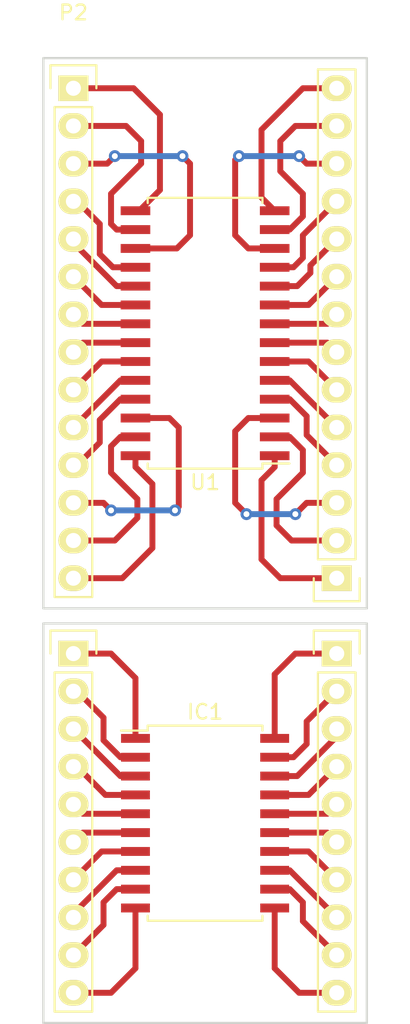
<source format=kicad_pcb>
(kicad_pcb (version 4) (host pcbnew no-vcs-found-product)

  (general
    (links 48)
    (no_connects 0)
    (area 159.991667 97.915 187.988334 167.207001)
    (thickness 1.6)
    (drawings 8)
    (tracks 185)
    (zones 0)
    (modules 6)
    (nets 49)
  )

  (page A4)
  (layers
    (0 F.Cu signal)
    (31 B.Cu signal)
    (32 B.Adhes user)
    (33 F.Adhes user)
    (34 B.Paste user)
    (35 F.Paste user)
    (36 B.SilkS user)
    (37 F.SilkS user)
    (38 B.Mask user)
    (39 F.Mask user)
    (40 Dwgs.User user)
    (41 Cmts.User user)
    (42 Eco1.User user)
    (43 Eco2.User user)
    (44 Edge.Cuts user)
    (45 Margin user)
    (46 B.CrtYd user)
    (47 F.CrtYd user)
    (48 B.Fab user)
    (49 F.Fab user)
  )

  (setup
    (last_trace_width 0.4)
    (trace_clearance 0.2)
    (zone_clearance 0.508)
    (zone_45_only no)
    (trace_min 0.2)
    (segment_width 0.2)
    (edge_width 0.15)
    (via_size 0.8)
    (via_drill 0.4)
    (via_min_size 0.4)
    (via_min_drill 0.3)
    (uvia_size 0.3)
    (uvia_drill 0.1)
    (uvias_allowed no)
    (uvia_min_size 0.2)
    (uvia_min_drill 0.1)
    (pcb_text_width 0.3)
    (pcb_text_size 1.5 1.5)
    (mod_edge_width 0.15)
    (mod_text_size 1 1)
    (mod_text_width 0.15)
    (pad_size 1.524 1.524)
    (pad_drill 0.762)
    (pad_to_mask_clearance 0.2)
    (aux_axis_origin 0 0)
    (visible_elements FFFFFF7F)
    (pcbplotparams
      (layerselection 0x00000_80000001)
      (usegerberextensions false)
      (excludeedgelayer true)
      (linewidth 1.000000)
      (plotframeref false)
      (viasonmask false)
      (mode 1)
      (useauxorigin false)
      (hpglpennumber 1)
      (hpglpenspeed 20)
      (hpglpendiameter 15)
      (hpglpenoverlay 2)
      (psnegative false)
      (psa4output false)
      (plotreference false)
      (plotvalue false)
      (plotinvisibletext false)
      (padsonsilk false)
      (subtractmaskfromsilk false)
      (outputformat 1)
      (mirror false)
      (drillshape 0)
      (scaleselection 1)
      (outputdirectory /home/nail/tmp/))
  )

  (net 0 "")
  (net 1 "Net-(P1-Pad1)")
  (net 2 "Net-(P1-Pad2)")
  (net 3 "Net-(P1-Pad3)")
  (net 4 "Net-(P1-Pad4)")
  (net 5 "Net-(P1-Pad5)")
  (net 6 "Net-(P1-Pad6)")
  (net 7 "Net-(P1-Pad7)")
  (net 8 "Net-(P1-Pad8)")
  (net 9 "Net-(P1-Pad9)")
  (net 10 "Net-(P1-Pad10)")
  (net 11 "Net-(P1-Pad11)")
  (net 12 "Net-(P1-Pad12)")
  (net 13 "Net-(P1-Pad13)")
  (net 14 "Net-(P2-Pad1)")
  (net 15 "Net-(P2-Pad2)")
  (net 16 "Net-(P2-Pad3)")
  (net 17 "Net-(P2-Pad4)")
  (net 18 "Net-(P2-Pad5)")
  (net 19 "Net-(P2-Pad6)")
  (net 20 "Net-(P2-Pad7)")
  (net 21 "Net-(P2-Pad8)")
  (net 22 "Net-(P2-Pad9)")
  (net 23 "Net-(P2-Pad10)")
  (net 24 "Net-(P2-Pad11)")
  (net 25 "Net-(P2-Pad12)")
  (net 26 "Net-(P2-Pad13)")
  (net 27 VCC)
  (net 28 "Net-(IC1-Pad1)")
  (net 29 "Net-(IC1-Pad2)")
  (net 30 "Net-(IC1-Pad3)")
  (net 31 "Net-(IC1-Pad4)")
  (net 32 "Net-(IC1-Pad5)")
  (net 33 "Net-(IC1-Pad6)")
  (net 34 "Net-(IC1-Pad7)")
  (net 35 "Net-(IC1-Pad8)")
  (net 36 "Net-(IC1-Pad9)")
  (net 37 "Net-(IC1-Pad10)")
  (net 38 "Net-(IC1-Pad11)")
  (net 39 "Net-(IC1-Pad12)")
  (net 40 "Net-(IC1-Pad13)")
  (net 41 "Net-(IC1-Pad14)")
  (net 42 "Net-(IC1-Pad15)")
  (net 43 "Net-(IC1-Pad16)")
  (net 44 "Net-(IC1-Pad17)")
  (net 45 "Net-(IC1-Pad18)")
  (net 46 "Net-(IC1-Pad19)")
  (net 47 "Net-(IC1-Pad20)")
  (net 48 GND)

  (net_class Default "This is the default net class."
    (clearance 0.2)
    (trace_width 0.4)
    (via_dia 0.8)
    (via_drill 0.4)
    (uvia_dia 0.3)
    (uvia_drill 0.1)
    (add_net GND)
    (add_net "Net-(IC1-Pad1)")
    (add_net "Net-(IC1-Pad10)")
    (add_net "Net-(IC1-Pad11)")
    (add_net "Net-(IC1-Pad12)")
    (add_net "Net-(IC1-Pad13)")
    (add_net "Net-(IC1-Pad14)")
    (add_net "Net-(IC1-Pad15)")
    (add_net "Net-(IC1-Pad16)")
    (add_net "Net-(IC1-Pad17)")
    (add_net "Net-(IC1-Pad18)")
    (add_net "Net-(IC1-Pad19)")
    (add_net "Net-(IC1-Pad2)")
    (add_net "Net-(IC1-Pad20)")
    (add_net "Net-(IC1-Pad3)")
    (add_net "Net-(IC1-Pad4)")
    (add_net "Net-(IC1-Pad5)")
    (add_net "Net-(IC1-Pad6)")
    (add_net "Net-(IC1-Pad7)")
    (add_net "Net-(IC1-Pad8)")
    (add_net "Net-(IC1-Pad9)")
    (add_net "Net-(P1-Pad1)")
    (add_net "Net-(P1-Pad10)")
    (add_net "Net-(P1-Pad11)")
    (add_net "Net-(P1-Pad12)")
    (add_net "Net-(P1-Pad13)")
    (add_net "Net-(P1-Pad2)")
    (add_net "Net-(P1-Pad3)")
    (add_net "Net-(P1-Pad4)")
    (add_net "Net-(P1-Pad5)")
    (add_net "Net-(P1-Pad6)")
    (add_net "Net-(P1-Pad7)")
    (add_net "Net-(P1-Pad8)")
    (add_net "Net-(P1-Pad9)")
    (add_net "Net-(P2-Pad1)")
    (add_net "Net-(P2-Pad10)")
    (add_net "Net-(P2-Pad11)")
    (add_net "Net-(P2-Pad12)")
    (add_net "Net-(P2-Pad13)")
    (add_net "Net-(P2-Pad2)")
    (add_net "Net-(P2-Pad3)")
    (add_net "Net-(P2-Pad4)")
    (add_net "Net-(P2-Pad5)")
    (add_net "Net-(P2-Pad6)")
    (add_net "Net-(P2-Pad7)")
    (add_net "Net-(P2-Pad8)")
    (add_net "Net-(P2-Pad9)")
    (add_net VCC)
  )

  (module Pin_Headers:Pin_Header_Straight_1x14 (layer F.Cu) (tedit 0) (tstamp 5638BB26)
    (at 182.88 137.16 180)
    (descr "Through hole pin header")
    (tags "pin header")
    (path /56375650)
    (fp_text reference P1 (at 0 -5.1 180) (layer F.SilkS)
      (effects (font (size 1 1) (thickness 0.15)))
    )
    (fp_text value CONN_01X14 (at 0 -3.1 180) (layer F.Fab)
      (effects (font (size 1 1) (thickness 0.15)))
    )
    (fp_line (start -1.75 -1.75) (end -1.75 34.8) (layer F.CrtYd) (width 0.05))
    (fp_line (start 1.75 -1.75) (end 1.75 34.8) (layer F.CrtYd) (width 0.05))
    (fp_line (start -1.75 -1.75) (end 1.75 -1.75) (layer F.CrtYd) (width 0.05))
    (fp_line (start -1.75 34.8) (end 1.75 34.8) (layer F.CrtYd) (width 0.05))
    (fp_line (start -1.27 1.27) (end -1.27 34.29) (layer F.SilkS) (width 0.15))
    (fp_line (start -1.27 34.29) (end 1.27 34.29) (layer F.SilkS) (width 0.15))
    (fp_line (start 1.27 34.29) (end 1.27 1.27) (layer F.SilkS) (width 0.15))
    (fp_line (start 1.55 -1.55) (end 1.55 0) (layer F.SilkS) (width 0.15))
    (fp_line (start 1.27 1.27) (end -1.27 1.27) (layer F.SilkS) (width 0.15))
    (fp_line (start -1.55 0) (end -1.55 -1.55) (layer F.SilkS) (width 0.15))
    (fp_line (start -1.55 -1.55) (end 1.55 -1.55) (layer F.SilkS) (width 0.15))
    (pad 1 thru_hole rect (at 0 0 180) (size 2.032 1.7272) (drill 1.016) (layers *.Cu *.Mask F.SilkS)
      (net 1 "Net-(P1-Pad1)"))
    (pad 2 thru_hole oval (at 0 2.54 180) (size 2.032 1.7272) (drill 1.016) (layers *.Cu *.Mask F.SilkS)
      (net 2 "Net-(P1-Pad2)"))
    (pad 3 thru_hole oval (at 0 5.08 180) (size 2.032 1.7272) (drill 1.016) (layers *.Cu *.Mask F.SilkS)
      (net 3 "Net-(P1-Pad3)"))
    (pad 4 thru_hole oval (at 0 7.62 180) (size 2.032 1.7272) (drill 1.016) (layers *.Cu *.Mask F.SilkS)
      (net 4 "Net-(P1-Pad4)"))
    (pad 5 thru_hole oval (at 0 10.16 180) (size 2.032 1.7272) (drill 1.016) (layers *.Cu *.Mask F.SilkS)
      (net 5 "Net-(P1-Pad5)"))
    (pad 6 thru_hole oval (at 0 12.7 180) (size 2.032 1.7272) (drill 1.016) (layers *.Cu *.Mask F.SilkS)
      (net 6 "Net-(P1-Pad6)"))
    (pad 7 thru_hole oval (at 0 15.24 180) (size 2.032 1.7272) (drill 1.016) (layers *.Cu *.Mask F.SilkS)
      (net 7 "Net-(P1-Pad7)"))
    (pad 8 thru_hole oval (at 0 17.78 180) (size 2.032 1.7272) (drill 1.016) (layers *.Cu *.Mask F.SilkS)
      (net 8 "Net-(P1-Pad8)"))
    (pad 9 thru_hole oval (at 0 20.32 180) (size 2.032 1.7272) (drill 1.016) (layers *.Cu *.Mask F.SilkS)
      (net 9 "Net-(P1-Pad9)"))
    (pad 10 thru_hole oval (at 0 22.86 180) (size 2.032 1.7272) (drill 1.016) (layers *.Cu *.Mask F.SilkS)
      (net 10 "Net-(P1-Pad10)"))
    (pad 11 thru_hole oval (at 0 25.4 180) (size 2.032 1.7272) (drill 1.016) (layers *.Cu *.Mask F.SilkS)
      (net 11 "Net-(P1-Pad11)"))
    (pad 12 thru_hole oval (at 0 27.94 180) (size 2.032 1.7272) (drill 1.016) (layers *.Cu *.Mask F.SilkS)
      (net 12 "Net-(P1-Pad12)"))
    (pad 13 thru_hole oval (at 0 30.48 180) (size 2.032 1.7272) (drill 1.016) (layers *.Cu *.Mask F.SilkS)
      (net 13 "Net-(P1-Pad13)"))
    (pad 14 thru_hole oval (at 0 33.02 180) (size 2.032 1.7272) (drill 1.016) (layers *.Cu *.Mask F.SilkS)
      (net 48 GND))
    (model Pin_Headers.3dshapes/Pin_Header_Straight_1x14.wrl
      (at (xyz 0 -0.65 0))
      (scale (xyz 1 1 1))
      (rotate (xyz 0 0 90))
    )
  )

  (module Pin_Headers:Pin_Header_Straight_1x14 (layer F.Cu) (tedit 0) (tstamp 5638BB43)
    (at 165.1 104.14)
    (descr "Through hole pin header")
    (tags "pin header")
    (path /563756BF)
    (fp_text reference P2 (at 0 -5.1) (layer F.SilkS)
      (effects (font (size 1 1) (thickness 0.15)))
    )
    (fp_text value CONN_01X14 (at 0 -3.1) (layer F.Fab)
      (effects (font (size 1 1) (thickness 0.15)))
    )
    (fp_line (start -1.75 -1.75) (end -1.75 34.8) (layer F.CrtYd) (width 0.05))
    (fp_line (start 1.75 -1.75) (end 1.75 34.8) (layer F.CrtYd) (width 0.05))
    (fp_line (start -1.75 -1.75) (end 1.75 -1.75) (layer F.CrtYd) (width 0.05))
    (fp_line (start -1.75 34.8) (end 1.75 34.8) (layer F.CrtYd) (width 0.05))
    (fp_line (start -1.27 1.27) (end -1.27 34.29) (layer F.SilkS) (width 0.15))
    (fp_line (start -1.27 34.29) (end 1.27 34.29) (layer F.SilkS) (width 0.15))
    (fp_line (start 1.27 34.29) (end 1.27 1.27) (layer F.SilkS) (width 0.15))
    (fp_line (start 1.55 -1.55) (end 1.55 0) (layer F.SilkS) (width 0.15))
    (fp_line (start 1.27 1.27) (end -1.27 1.27) (layer F.SilkS) (width 0.15))
    (fp_line (start -1.55 0) (end -1.55 -1.55) (layer F.SilkS) (width 0.15))
    (fp_line (start -1.55 -1.55) (end 1.55 -1.55) (layer F.SilkS) (width 0.15))
    (pad 1 thru_hole rect (at 0 0) (size 2.032 1.7272) (drill 1.016) (layers *.Cu *.Mask F.SilkS)
      (net 14 "Net-(P2-Pad1)"))
    (pad 2 thru_hole oval (at 0 2.54) (size 2.032 1.7272) (drill 1.016) (layers *.Cu *.Mask F.SilkS)
      (net 15 "Net-(P2-Pad2)"))
    (pad 3 thru_hole oval (at 0 5.08) (size 2.032 1.7272) (drill 1.016) (layers *.Cu *.Mask F.SilkS)
      (net 16 "Net-(P2-Pad3)"))
    (pad 4 thru_hole oval (at 0 7.62) (size 2.032 1.7272) (drill 1.016) (layers *.Cu *.Mask F.SilkS)
      (net 17 "Net-(P2-Pad4)"))
    (pad 5 thru_hole oval (at 0 10.16) (size 2.032 1.7272) (drill 1.016) (layers *.Cu *.Mask F.SilkS)
      (net 18 "Net-(P2-Pad5)"))
    (pad 6 thru_hole oval (at 0 12.7) (size 2.032 1.7272) (drill 1.016) (layers *.Cu *.Mask F.SilkS)
      (net 19 "Net-(P2-Pad6)"))
    (pad 7 thru_hole oval (at 0 15.24) (size 2.032 1.7272) (drill 1.016) (layers *.Cu *.Mask F.SilkS)
      (net 20 "Net-(P2-Pad7)"))
    (pad 8 thru_hole oval (at 0 17.78) (size 2.032 1.7272) (drill 1.016) (layers *.Cu *.Mask F.SilkS)
      (net 21 "Net-(P2-Pad8)"))
    (pad 9 thru_hole oval (at 0 20.32) (size 2.032 1.7272) (drill 1.016) (layers *.Cu *.Mask F.SilkS)
      (net 22 "Net-(P2-Pad9)"))
    (pad 10 thru_hole oval (at 0 22.86) (size 2.032 1.7272) (drill 1.016) (layers *.Cu *.Mask F.SilkS)
      (net 23 "Net-(P2-Pad10)"))
    (pad 11 thru_hole oval (at 0 25.4) (size 2.032 1.7272) (drill 1.016) (layers *.Cu *.Mask F.SilkS)
      (net 24 "Net-(P2-Pad11)"))
    (pad 12 thru_hole oval (at 0 27.94) (size 2.032 1.7272) (drill 1.016) (layers *.Cu *.Mask F.SilkS)
      (net 25 "Net-(P2-Pad12)"))
    (pad 13 thru_hole oval (at 0 30.48) (size 2.032 1.7272) (drill 1.016) (layers *.Cu *.Mask F.SilkS)
      (net 26 "Net-(P2-Pad13)"))
    (pad 14 thru_hole oval (at 0 33.02) (size 2.032 1.7272) (drill 1.016) (layers *.Cu *.Mask F.SilkS)
      (net 27 VCC))
    (model Pin_Headers.3dshapes/Pin_Header_Straight_1x14.wrl
      (at (xyz 0 -0.65 0))
      (scale (xyz 1 1 1))
      (rotate (xyz 0 0 90))
    )
  )

  (module Pin_Headers:Pin_Header_Straight_1x10 (layer F.Cu) (tedit 0) (tstamp 5638DB4B)
    (at 165.1 142.24)
    (descr "Through hole pin header")
    (tags "pin header")
    (path /5638DC73)
    (fp_text reference P3 (at 0 -5.1) (layer F.SilkS)
      (effects (font (size 1 1) (thickness 0.15)))
    )
    (fp_text value CONN_01X10 (at 0 -3.1) (layer F.Fab)
      (effects (font (size 1 1) (thickness 0.15)))
    )
    (fp_line (start -1.75 -1.75) (end -1.75 24.65) (layer F.CrtYd) (width 0.05))
    (fp_line (start 1.75 -1.75) (end 1.75 24.65) (layer F.CrtYd) (width 0.05))
    (fp_line (start -1.75 -1.75) (end 1.75 -1.75) (layer F.CrtYd) (width 0.05))
    (fp_line (start -1.75 24.65) (end 1.75 24.65) (layer F.CrtYd) (width 0.05))
    (fp_line (start 1.27 1.27) (end 1.27 24.13) (layer F.SilkS) (width 0.15))
    (fp_line (start 1.27 24.13) (end -1.27 24.13) (layer F.SilkS) (width 0.15))
    (fp_line (start -1.27 24.13) (end -1.27 1.27) (layer F.SilkS) (width 0.15))
    (fp_line (start 1.55 -1.55) (end 1.55 0) (layer F.SilkS) (width 0.15))
    (fp_line (start 1.27 1.27) (end -1.27 1.27) (layer F.SilkS) (width 0.15))
    (fp_line (start -1.55 0) (end -1.55 -1.55) (layer F.SilkS) (width 0.15))
    (fp_line (start -1.55 -1.55) (end 1.55 -1.55) (layer F.SilkS) (width 0.15))
    (pad 1 thru_hole rect (at 0 0) (size 2.032 1.7272) (drill 1.016) (layers *.Cu *.Mask F.SilkS)
      (net 28 "Net-(IC1-Pad1)"))
    (pad 2 thru_hole oval (at 0 2.54) (size 2.032 1.7272) (drill 1.016) (layers *.Cu *.Mask F.SilkS)
      (net 29 "Net-(IC1-Pad2)"))
    (pad 3 thru_hole oval (at 0 5.08) (size 2.032 1.7272) (drill 1.016) (layers *.Cu *.Mask F.SilkS)
      (net 30 "Net-(IC1-Pad3)"))
    (pad 4 thru_hole oval (at 0 7.62) (size 2.032 1.7272) (drill 1.016) (layers *.Cu *.Mask F.SilkS)
      (net 31 "Net-(IC1-Pad4)"))
    (pad 5 thru_hole oval (at 0 10.16) (size 2.032 1.7272) (drill 1.016) (layers *.Cu *.Mask F.SilkS)
      (net 32 "Net-(IC1-Pad5)"))
    (pad 6 thru_hole oval (at 0 12.7) (size 2.032 1.7272) (drill 1.016) (layers *.Cu *.Mask F.SilkS)
      (net 33 "Net-(IC1-Pad6)"))
    (pad 7 thru_hole oval (at 0 15.24) (size 2.032 1.7272) (drill 1.016) (layers *.Cu *.Mask F.SilkS)
      (net 34 "Net-(IC1-Pad7)"))
    (pad 8 thru_hole oval (at 0 17.78) (size 2.032 1.7272) (drill 1.016) (layers *.Cu *.Mask F.SilkS)
      (net 35 "Net-(IC1-Pad8)"))
    (pad 9 thru_hole oval (at 0 20.32) (size 2.032 1.7272) (drill 1.016) (layers *.Cu *.Mask F.SilkS)
      (net 36 "Net-(IC1-Pad9)"))
    (pad 10 thru_hole oval (at 0 22.86) (size 2.032 1.7272) (drill 1.016) (layers *.Cu *.Mask F.SilkS)
      (net 37 "Net-(IC1-Pad10)"))
    (model Pin_Headers.3dshapes/Pin_Header_Straight_1x10.wrl
      (at (xyz 0 -0.45 0))
      (scale (xyz 1 1 1))
      (rotate (xyz 0 0 90))
    )
  )

  (module Pin_Headers:Pin_Header_Straight_1x10 (layer F.Cu) (tedit 0) (tstamp 5638DB64)
    (at 182.88 142.24)
    (descr "Through hole pin header")
    (tags "pin header")
    (path /5638DC79)
    (fp_text reference P4 (at 0 -5.1) (layer F.SilkS)
      (effects (font (size 1 1) (thickness 0.15)))
    )
    (fp_text value CONN_01X14 (at 0 -3.1) (layer F.Fab)
      (effects (font (size 1 1) (thickness 0.15)))
    )
    (fp_line (start -1.75 -1.75) (end -1.75 24.65) (layer F.CrtYd) (width 0.05))
    (fp_line (start 1.75 -1.75) (end 1.75 24.65) (layer F.CrtYd) (width 0.05))
    (fp_line (start -1.75 -1.75) (end 1.75 -1.75) (layer F.CrtYd) (width 0.05))
    (fp_line (start -1.75 24.65) (end 1.75 24.65) (layer F.CrtYd) (width 0.05))
    (fp_line (start 1.27 1.27) (end 1.27 24.13) (layer F.SilkS) (width 0.15))
    (fp_line (start 1.27 24.13) (end -1.27 24.13) (layer F.SilkS) (width 0.15))
    (fp_line (start -1.27 24.13) (end -1.27 1.27) (layer F.SilkS) (width 0.15))
    (fp_line (start 1.55 -1.55) (end 1.55 0) (layer F.SilkS) (width 0.15))
    (fp_line (start 1.27 1.27) (end -1.27 1.27) (layer F.SilkS) (width 0.15))
    (fp_line (start -1.55 0) (end -1.55 -1.55) (layer F.SilkS) (width 0.15))
    (fp_line (start -1.55 -1.55) (end 1.55 -1.55) (layer F.SilkS) (width 0.15))
    (pad 1 thru_hole rect (at 0 0) (size 2.032 1.7272) (drill 1.016) (layers *.Cu *.Mask F.SilkS)
      (net 47 "Net-(IC1-Pad20)"))
    (pad 2 thru_hole oval (at 0 2.54) (size 2.032 1.7272) (drill 1.016) (layers *.Cu *.Mask F.SilkS)
      (net 46 "Net-(IC1-Pad19)"))
    (pad 3 thru_hole oval (at 0 5.08) (size 2.032 1.7272) (drill 1.016) (layers *.Cu *.Mask F.SilkS)
      (net 45 "Net-(IC1-Pad18)"))
    (pad 4 thru_hole oval (at 0 7.62) (size 2.032 1.7272) (drill 1.016) (layers *.Cu *.Mask F.SilkS)
      (net 44 "Net-(IC1-Pad17)"))
    (pad 5 thru_hole oval (at 0 10.16) (size 2.032 1.7272) (drill 1.016) (layers *.Cu *.Mask F.SilkS)
      (net 43 "Net-(IC1-Pad16)"))
    (pad 6 thru_hole oval (at 0 12.7) (size 2.032 1.7272) (drill 1.016) (layers *.Cu *.Mask F.SilkS)
      (net 42 "Net-(IC1-Pad15)"))
    (pad 7 thru_hole oval (at 0 15.24) (size 2.032 1.7272) (drill 1.016) (layers *.Cu *.Mask F.SilkS)
      (net 41 "Net-(IC1-Pad14)"))
    (pad 8 thru_hole oval (at 0 17.78) (size 2.032 1.7272) (drill 1.016) (layers *.Cu *.Mask F.SilkS)
      (net 40 "Net-(IC1-Pad13)"))
    (pad 9 thru_hole oval (at 0 20.32) (size 2.032 1.7272) (drill 1.016) (layers *.Cu *.Mask F.SilkS)
      (net 39 "Net-(IC1-Pad12)"))
    (pad 10 thru_hole oval (at 0 22.86) (size 2.032 1.7272) (drill 1.016) (layers *.Cu *.Mask F.SilkS)
      (net 38 "Net-(IC1-Pad11)"))
    (model Pin_Headers.3dshapes/Pin_Header_Straight_1x10.wrl
      (at (xyz 0 -0.45 0))
      (scale (xyz 1 1 1))
      (rotate (xyz 0 0 90))
    )
  )

  (module Housings_SOIC:SOIC-28_7.5x17.9mm_Pitch1.27mm (layer F.Cu) (tedit 54130A77) (tstamp 5638BBA9)
    (at 173.99 120.65 180)
    (descr "28-Lead Plastic Small Outline (SO) - Wide, 7.50 mm Body [SOIC] (see Microchip Packaging Specification 00000049BS.pdf)")
    (tags "SOIC 1.27")
    (path /56376ABB)
    (attr smd)
    (fp_text reference U1 (at 0 -10.05 180) (layer F.SilkS)
      (effects (font (size 1 1) (thickness 0.15)))
    )
    (fp_text value HM62256BLFP-4SLT (at 0 10.05 180) (layer F.Fab)
      (effects (font (size 1 1) (thickness 0.15)))
    )
    (fp_line (start -5.95 -9.3) (end -5.95 9.3) (layer F.CrtYd) (width 0.05))
    (fp_line (start 5.95 -9.3) (end 5.95 9.3) (layer F.CrtYd) (width 0.05))
    (fp_line (start -5.95 -9.3) (end 5.95 -9.3) (layer F.CrtYd) (width 0.05))
    (fp_line (start -5.95 9.3) (end 5.95 9.3) (layer F.CrtYd) (width 0.05))
    (fp_line (start -3.875 -9.125) (end -3.875 -8.78) (layer F.SilkS) (width 0.15))
    (fp_line (start 3.875 -9.125) (end 3.875 -8.78) (layer F.SilkS) (width 0.15))
    (fp_line (start 3.875 9.125) (end 3.875 8.78) (layer F.SilkS) (width 0.15))
    (fp_line (start -3.875 9.125) (end -3.875 8.78) (layer F.SilkS) (width 0.15))
    (fp_line (start -3.875 -9.125) (end 3.875 -9.125) (layer F.SilkS) (width 0.15))
    (fp_line (start -3.875 9.125) (end 3.875 9.125) (layer F.SilkS) (width 0.15))
    (fp_line (start -3.875 -8.78) (end -5.7 -8.78) (layer F.SilkS) (width 0.15))
    (pad 1 smd rect (at -4.7 -8.255 180) (size 2 0.6) (layers F.Cu F.Paste F.Mask)
      (net 1 "Net-(P1-Pad1)"))
    (pad 2 smd rect (at -4.7 -6.985 180) (size 2 0.6) (layers F.Cu F.Paste F.Mask)
      (net 2 "Net-(P1-Pad2)"))
    (pad 3 smd rect (at -4.7 -5.715 180) (size 2 0.6) (layers F.Cu F.Paste F.Mask)
      (net 3 "Net-(P1-Pad3)"))
    (pad 4 smd rect (at -4.7 -4.445 180) (size 2 0.6) (layers F.Cu F.Paste F.Mask)
      (net 4 "Net-(P1-Pad4)"))
    (pad 5 smd rect (at -4.7 -3.175 180) (size 2 0.6) (layers F.Cu F.Paste F.Mask)
      (net 5 "Net-(P1-Pad5)"))
    (pad 6 smd rect (at -4.7 -1.905 180) (size 2 0.6) (layers F.Cu F.Paste F.Mask)
      (net 6 "Net-(P1-Pad6)"))
    (pad 7 smd rect (at -4.7 -0.635 180) (size 2 0.6) (layers F.Cu F.Paste F.Mask)
      (net 7 "Net-(P1-Pad7)"))
    (pad 8 smd rect (at -4.7 0.635 180) (size 2 0.6) (layers F.Cu F.Paste F.Mask)
      (net 8 "Net-(P1-Pad8)"))
    (pad 9 smd rect (at -4.7 1.905 180) (size 2 0.6) (layers F.Cu F.Paste F.Mask)
      (net 9 "Net-(P1-Pad9)"))
    (pad 10 smd rect (at -4.7 3.175 180) (size 2 0.6) (layers F.Cu F.Paste F.Mask)
      (net 10 "Net-(P1-Pad10)"))
    (pad 11 smd rect (at -4.7 4.445 180) (size 2 0.6) (layers F.Cu F.Paste F.Mask)
      (net 11 "Net-(P1-Pad11)"))
    (pad 12 smd rect (at -4.7 5.715 180) (size 2 0.6) (layers F.Cu F.Paste F.Mask)
      (net 12 "Net-(P1-Pad12)"))
    (pad 13 smd rect (at -4.7 6.985 180) (size 2 0.6) (layers F.Cu F.Paste F.Mask)
      (net 13 "Net-(P1-Pad13)"))
    (pad 14 smd rect (at -4.7 8.255 180) (size 2 0.6) (layers F.Cu F.Paste F.Mask)
      (net 48 GND))
    (pad 15 smd rect (at 4.7 8.255 180) (size 2 0.6) (layers F.Cu F.Paste F.Mask)
      (net 14 "Net-(P2-Pad1)"))
    (pad 16 smd rect (at 4.7 6.985 180) (size 2 0.6) (layers F.Cu F.Paste F.Mask)
      (net 15 "Net-(P2-Pad2)"))
    (pad 17 smd rect (at 4.7 5.715 180) (size 2 0.6) (layers F.Cu F.Paste F.Mask)
      (net 16 "Net-(P2-Pad3)"))
    (pad 18 smd rect (at 4.7 4.445 180) (size 2 0.6) (layers F.Cu F.Paste F.Mask)
      (net 17 "Net-(P2-Pad4)"))
    (pad 19 smd rect (at 4.7 3.175 180) (size 2 0.6) (layers F.Cu F.Paste F.Mask)
      (net 18 "Net-(P2-Pad5)"))
    (pad 20 smd rect (at 4.7 1.905 180) (size 2 0.6) (layers F.Cu F.Paste F.Mask)
      (net 19 "Net-(P2-Pad6)"))
    (pad 21 smd rect (at 4.7 0.635 180) (size 2 0.6) (layers F.Cu F.Paste F.Mask)
      (net 20 "Net-(P2-Pad7)"))
    (pad 22 smd rect (at 4.7 -0.635 180) (size 2 0.6) (layers F.Cu F.Paste F.Mask)
      (net 21 "Net-(P2-Pad8)"))
    (pad 23 smd rect (at 4.7 -1.905 180) (size 2 0.6) (layers F.Cu F.Paste F.Mask)
      (net 22 "Net-(P2-Pad9)"))
    (pad 24 smd rect (at 4.7 -3.175 180) (size 2 0.6) (layers F.Cu F.Paste F.Mask)
      (net 23 "Net-(P2-Pad10)"))
    (pad 25 smd rect (at 4.7 -4.445 180) (size 2 0.6) (layers F.Cu F.Paste F.Mask)
      (net 24 "Net-(P2-Pad11)"))
    (pad 26 smd rect (at 4.7 -5.715 180) (size 2 0.6) (layers F.Cu F.Paste F.Mask)
      (net 25 "Net-(P2-Pad12)"))
    (pad 27 smd rect (at 4.7 -6.985 180) (size 2 0.6) (layers F.Cu F.Paste F.Mask)
      (net 26 "Net-(P2-Pad13)"))
    (pad 28 smd rect (at 4.7 -8.255 180) (size 2 0.6) (layers F.Cu F.Paste F.Mask)
      (net 27 VCC))
    (model Housings_SOIC.3dshapes/SOIC-28_7.5x17.9mm_Pitch1.27mm.wrl
      (at (xyz 0 0 0))
      (scale (xyz 1 1 1))
      (rotate (xyz 0 0 0))
    )
  )

  (module Housings_SOIC:SOIC-20_7.5x12.8mm_Pitch1.27mm (layer F.Cu) (tedit 54130A77) (tstamp 5638DB32)
    (at 173.99 153.67)
    (descr "20-Lead Plastic Small Outline (SO) - Wide, 7.50 mm Body [SOIC] (see Microchip Packaging Specification 00000049BS.pdf)")
    (tags "SOIC 1.27")
    (path /5638DFDA)
    (attr smd)
    (fp_text reference IC1 (at 0 -7.5) (layer F.SilkS)
      (effects (font (size 1 1) (thickness 0.15)))
    )
    (fp_text value AT90S1200-Y (at 0 7.5) (layer F.Fab)
      (effects (font (size 1 1) (thickness 0.15)))
    )
    (fp_line (start -5.95 -6.75) (end -5.95 6.75) (layer F.CrtYd) (width 0.05))
    (fp_line (start 5.95 -6.75) (end 5.95 6.75) (layer F.CrtYd) (width 0.05))
    (fp_line (start -5.95 -6.75) (end 5.95 -6.75) (layer F.CrtYd) (width 0.05))
    (fp_line (start -5.95 6.75) (end 5.95 6.75) (layer F.CrtYd) (width 0.05))
    (fp_line (start -3.875 -6.575) (end -3.875 -6.24) (layer F.SilkS) (width 0.15))
    (fp_line (start 3.875 -6.575) (end 3.875 -6.24) (layer F.SilkS) (width 0.15))
    (fp_line (start 3.875 6.575) (end 3.875 6.24) (layer F.SilkS) (width 0.15))
    (fp_line (start -3.875 6.575) (end -3.875 6.24) (layer F.SilkS) (width 0.15))
    (fp_line (start -3.875 -6.575) (end 3.875 -6.575) (layer F.SilkS) (width 0.15))
    (fp_line (start -3.875 6.575) (end 3.875 6.575) (layer F.SilkS) (width 0.15))
    (fp_line (start -3.875 -6.24) (end -5.675 -6.24) (layer F.SilkS) (width 0.15))
    (pad 1 smd rect (at -4.7 -5.715) (size 1.95 0.6) (layers F.Cu F.Paste F.Mask)
      (net 28 "Net-(IC1-Pad1)"))
    (pad 2 smd rect (at -4.7 -4.445) (size 1.95 0.6) (layers F.Cu F.Paste F.Mask)
      (net 29 "Net-(IC1-Pad2)"))
    (pad 3 smd rect (at -4.7 -3.175) (size 1.95 0.6) (layers F.Cu F.Paste F.Mask)
      (net 30 "Net-(IC1-Pad3)"))
    (pad 4 smd rect (at -4.7 -1.905) (size 1.95 0.6) (layers F.Cu F.Paste F.Mask)
      (net 31 "Net-(IC1-Pad4)"))
    (pad 5 smd rect (at -4.7 -0.635) (size 1.95 0.6) (layers F.Cu F.Paste F.Mask)
      (net 32 "Net-(IC1-Pad5)"))
    (pad 6 smd rect (at -4.7 0.635) (size 1.95 0.6) (layers F.Cu F.Paste F.Mask)
      (net 33 "Net-(IC1-Pad6)"))
    (pad 7 smd rect (at -4.7 1.905) (size 1.95 0.6) (layers F.Cu F.Paste F.Mask)
      (net 34 "Net-(IC1-Pad7)"))
    (pad 8 smd rect (at -4.7 3.175) (size 1.95 0.6) (layers F.Cu F.Paste F.Mask)
      (net 35 "Net-(IC1-Pad8)"))
    (pad 9 smd rect (at -4.7 4.445) (size 1.95 0.6) (layers F.Cu F.Paste F.Mask)
      (net 36 "Net-(IC1-Pad9)"))
    (pad 10 smd rect (at -4.7 5.715) (size 1.95 0.6) (layers F.Cu F.Paste F.Mask)
      (net 37 "Net-(IC1-Pad10)"))
    (pad 11 smd rect (at 4.7 5.715) (size 1.95 0.6) (layers F.Cu F.Paste F.Mask)
      (net 38 "Net-(IC1-Pad11)"))
    (pad 12 smd rect (at 4.7 4.445) (size 1.95 0.6) (layers F.Cu F.Paste F.Mask)
      (net 39 "Net-(IC1-Pad12)"))
    (pad 13 smd rect (at 4.7 3.175) (size 1.95 0.6) (layers F.Cu F.Paste F.Mask)
      (net 40 "Net-(IC1-Pad13)"))
    (pad 14 smd rect (at 4.7 1.905) (size 1.95 0.6) (layers F.Cu F.Paste F.Mask)
      (net 41 "Net-(IC1-Pad14)"))
    (pad 15 smd rect (at 4.7 0.635) (size 1.95 0.6) (layers F.Cu F.Paste F.Mask)
      (net 42 "Net-(IC1-Pad15)"))
    (pad 16 smd rect (at 4.7 -0.635) (size 1.95 0.6) (layers F.Cu F.Paste F.Mask)
      (net 43 "Net-(IC1-Pad16)"))
    (pad 17 smd rect (at 4.7 -1.905) (size 1.95 0.6) (layers F.Cu F.Paste F.Mask)
      (net 44 "Net-(IC1-Pad17)"))
    (pad 18 smd rect (at 4.7 -3.175) (size 1.95 0.6) (layers F.Cu F.Paste F.Mask)
      (net 45 "Net-(IC1-Pad18)"))
    (pad 19 smd rect (at 4.7 -4.445) (size 1.95 0.6) (layers F.Cu F.Paste F.Mask)
      (net 46 "Net-(IC1-Pad19)"))
    (pad 20 smd rect (at 4.7 -5.715) (size 1.95 0.6) (layers F.Cu F.Paste F.Mask)
      (net 47 "Net-(IC1-Pad20)"))
    (model Housings_SOIC.3dshapes/SOIC-20_7.5x12.8mm_Pitch1.27mm.wrl
      (at (xyz 0 0 0))
      (scale (xyz 1 1 1))
      (rotate (xyz 0 0 0))
    )
  )

  (gr_line (start 163.068 167.132) (end 163.068 140.208) (angle 90) (layer Edge.Cuts) (width 0.15))
  (gr_line (start 184.912 167.132) (end 163.068 167.132) (angle 90) (layer Edge.Cuts) (width 0.15))
  (gr_line (start 184.912 140.208) (end 184.912 167.132) (angle 90) (layer Edge.Cuts) (width 0.15))
  (gr_line (start 163.068 140.208) (end 184.912 140.208) (angle 90) (layer Edge.Cuts) (width 0.15))
  (gr_line (start 163.068 139.192) (end 163.068 102.108) (angle 90) (layer Edge.Cuts) (width 0.15))
  (gr_line (start 184.912 139.192) (end 163.068 139.192) (angle 90) (layer Edge.Cuts) (width 0.15))
  (gr_line (start 184.912 102.108) (end 184.912 139.192) (angle 90) (layer Edge.Cuts) (width 0.15))
  (gr_line (start 163.068 102.108) (end 184.912 102.108) (angle 90) (layer Edge.Cuts) (width 0.15))

  (segment (start 178.69 128.905) (end 178.69 129.666) (width 0.4) (layer F.Cu) (net 1))
  (segment (start 179.07 137.16) (end 182.88 137.16) (width 0.4) (layer F.Cu) (net 1) (tstamp 564B48C0))
  (segment (start 177.8 135.89) (end 179.07 137.16) (width 0.4) (layer F.Cu) (net 1) (tstamp 564B48BF))
  (segment (start 177.8 130.556) (end 177.8 135.89) (width 0.4) (layer F.Cu) (net 1) (tstamp 564B48BE))
  (segment (start 178.69 129.666) (end 177.8 130.556) (width 0.4) (layer F.Cu) (net 1) (tstamp 564B48BD))
  (segment (start 178.69 127.635) (end 179.705 127.635) (width 0.4) (layer F.Cu) (net 2))
  (segment (start 179.832 134.62) (end 182.88 134.62) (width 0.4) (layer F.Cu) (net 2) (tstamp 564B48AF))
  (segment (start 178.816 133.604) (end 179.832 134.62) (width 0.4) (layer F.Cu) (net 2) (tstamp 564B48AE))
  (segment (start 178.816 131.826) (end 178.816 133.604) (width 0.4) (layer F.Cu) (net 2) (tstamp 564B48AD))
  (segment (start 180.594 130.048) (end 178.816 131.826) (width 0.4) (layer F.Cu) (net 2) (tstamp 564B48AC))
  (segment (start 180.594 128.524) (end 180.594 130.048) (width 0.4) (layer F.Cu) (net 2) (tstamp 564B48AB))
  (segment (start 179.705 127.635) (end 180.594 128.524) (width 0.4) (layer F.Cu) (net 2) (tstamp 564B48AA))
  (segment (start 182.88 132.08) (end 180.848 132.08) (width 0.4) (layer F.Cu) (net 3))
  (segment (start 176.911 126.365) (end 178.69 126.365) (width 0.4) (layer F.Cu) (net 3) (tstamp 564B48BA))
  (segment (start 176.022 127.254) (end 176.911 126.365) (width 0.4) (layer F.Cu) (net 3) (tstamp 564B48B9))
  (segment (start 176.022 132.08) (end 176.022 127.254) (width 0.4) (layer F.Cu) (net 3) (tstamp 564B48B8))
  (segment (start 176.784 132.842) (end 176.022 132.08) (width 0.4) (layer F.Cu) (net 3) (tstamp 564B48B7))
  (via (at 176.784 132.842) (size 0.8) (drill 0.4) (layers F.Cu B.Cu) (net 3))
  (segment (start 180.086 132.842) (end 176.784 132.842) (width 0.4) (layer B.Cu) (net 3) (tstamp 564B48B4))
  (via (at 180.086 132.842) (size 0.8) (drill 0.4) (layers F.Cu B.Cu) (net 3))
  (segment (start 180.848 132.08) (end 180.086 132.842) (width 0.4) (layer F.Cu) (net 3) (tstamp 564B48B2))
  (segment (start 178.69 125.095) (end 179.705 125.095) (width 0.4) (layer F.Cu) (net 4))
  (segment (start 180.848 127.508) (end 182.88 129.54) (width 0.4) (layer F.Cu) (net 4) (tstamp 564B489F))
  (segment (start 180.848 126.238) (end 180.848 127.508) (width 0.4) (layer F.Cu) (net 4) (tstamp 564B489E))
  (segment (start 179.705 125.095) (end 180.848 126.238) (width 0.4) (layer F.Cu) (net 4) (tstamp 564B489D))
  (segment (start 178.69 123.825) (end 179.705 123.825) (width 0.4) (layer F.Cu) (net 5))
  (segment (start 179.705 123.825) (end 182.88 127) (width 0.4) (layer F.Cu) (net 5) (tstamp 564B4332))
  (segment (start 178.69 122.555) (end 180.975 122.555) (width 0.4) (layer F.Cu) (net 6))
  (segment (start 180.975 122.555) (end 182.88 124.46) (width 0.4) (layer F.Cu) (net 6) (tstamp 564B432E))
  (segment (start 178.69 121.285) (end 182.245 121.285) (width 0.4) (layer F.Cu) (net 7))
  (segment (start 182.245 121.285) (end 182.88 121.92) (width 0.4) (layer F.Cu) (net 7) (tstamp 564B431A))
  (segment (start 178.69 120.015) (end 182.245 120.015) (width 0.4) (layer F.Cu) (net 8))
  (segment (start 182.245 120.015) (end 182.88 119.38) (width 0.4) (layer F.Cu) (net 8) (tstamp 564B4316))
  (segment (start 178.69 118.745) (end 180.975 118.745) (width 0.4) (layer F.Cu) (net 9))
  (segment (start 180.975 118.745) (end 182.88 116.84) (width 0.4) (layer F.Cu) (net 9) (tstamp 564B431D))
  (segment (start 178.69 117.475) (end 180.213 117.475) (width 0.4) (layer F.Cu) (net 10))
  (segment (start 181.102 116.078) (end 182.88 114.3) (width 0.4) (layer F.Cu) (net 10) (tstamp 564B4323))
  (segment (start 181.102 116.586) (end 181.102 116.078) (width 0.4) (layer F.Cu) (net 10) (tstamp 564B4322))
  (segment (start 180.213 117.475) (end 181.102 116.586) (width 0.4) (layer F.Cu) (net 10) (tstamp 564B4321))
  (segment (start 178.69 116.205) (end 179.959 116.205) (width 0.4) (layer F.Cu) (net 11))
  (segment (start 179.959 116.205) (end 180.594 115.57) (width 0.4) (layer F.Cu) (net 11) (tstamp 564B48A2))
  (segment (start 180.594 114.046) (end 182.88 111.76) (width 0.4) (layer F.Cu) (net 11) (tstamp 564B48A4))
  (segment (start 180.594 115.57) (end 180.594 114.046) (width 0.4) (layer F.Cu) (net 11) (tstamp 564B48A3))
  (segment (start 182.88 109.22) (end 180.848 109.22) (width 0.4) (layer F.Cu) (net 12))
  (segment (start 176.911 114.935) (end 178.69 114.935) (width 0.4) (layer F.Cu) (net 12) (tstamp 564B489A))
  (segment (start 176.022 114.046) (end 176.911 114.935) (width 0.4) (layer F.Cu) (net 12) (tstamp 564B4899))
  (segment (start 176.022 108.966) (end 176.022 114.046) (width 0.4) (layer F.Cu) (net 12) (tstamp 564B4898))
  (segment (start 176.276 108.712) (end 176.022 108.966) (width 0.4) (layer F.Cu) (net 12) (tstamp 564B4897))
  (via (at 176.276 108.712) (size 0.8) (drill 0.4) (layers F.Cu B.Cu) (net 12))
  (segment (start 180.34 108.712) (end 176.276 108.712) (width 0.4) (layer B.Cu) (net 12) (tstamp 564B4894))
  (via (at 180.34 108.712) (size 0.8) (drill 0.4) (layers F.Cu B.Cu) (net 12))
  (segment (start 180.848 109.22) (end 180.34 108.712) (width 0.4) (layer F.Cu) (net 12) (tstamp 564B4892))
  (segment (start 178.69 113.665) (end 179.705 113.665) (width 0.4) (layer F.Cu) (net 13))
  (segment (start 180.086 106.68) (end 182.88 106.68) (width 0.4) (layer F.Cu) (net 13) (tstamp 564B4687))
  (segment (start 179.07 107.696) (end 180.086 106.68) (width 0.4) (layer F.Cu) (net 13) (tstamp 564B4685))
  (segment (start 179.07 109.728) (end 179.07 107.696) (width 0.4) (layer F.Cu) (net 13) (tstamp 564B467F))
  (segment (start 180.594 111.252) (end 179.07 109.728) (width 0.4) (layer F.Cu) (net 13) (tstamp 564B467D))
  (segment (start 180.594 112.776) (end 180.594 111.252) (width 0.4) (layer F.Cu) (net 13) (tstamp 564B4674))
  (segment (start 179.705 113.665) (end 180.594 112.776) (width 0.4) (layer F.Cu) (net 13) (tstamp 564B4673))
  (segment (start 165.1 104.14) (end 169.164 104.14) (width 0.4) (layer F.Cu) (net 14))
  (segment (start 170.942 110.998) (end 169.545 112.395) (width 0.4) (layer F.Cu) (net 14) (tstamp 564B48F1))
  (segment (start 170.942 105.918) (end 170.942 110.998) (width 0.4) (layer F.Cu) (net 14) (tstamp 564B48EF))
  (segment (start 169.164 104.14) (end 170.942 105.918) (width 0.4) (layer F.Cu) (net 14) (tstamp 564B48ED))
  (segment (start 169.545 112.395) (end 169.29 112.395) (width 0.4) (layer F.Cu) (net 14) (tstamp 564B48F3))
  (segment (start 169.29 113.665) (end 168.021 113.665) (width 0.4) (layer F.Cu) (net 15))
  (segment (start 168.656 106.68) (end 165.1 106.68) (width 0.4) (layer F.Cu) (net 15) (tstamp 564B48EA))
  (segment (start 169.672 107.696) (end 168.656 106.68) (width 0.4) (layer F.Cu) (net 15) (tstamp 564B48E9))
  (segment (start 169.672 109.22) (end 169.672 107.696) (width 0.4) (layer F.Cu) (net 15) (tstamp 564B48E8))
  (segment (start 167.64 111.252) (end 169.672 109.22) (width 0.4) (layer F.Cu) (net 15) (tstamp 564B48E7))
  (segment (start 167.64 113.284) (end 167.64 111.252) (width 0.4) (layer F.Cu) (net 15) (tstamp 564B48E6))
  (segment (start 168.021 113.665) (end 167.64 113.284) (width 0.4) (layer F.Cu) (net 15) (tstamp 564B48E5))
  (segment (start 165.1 109.22) (end 167.386 109.22) (width 0.4) (layer F.Cu) (net 16))
  (segment (start 172.085 114.935) (end 169.29 114.935) (width 0.4) (layer F.Cu) (net 16) (tstamp 564B48FD))
  (segment (start 172.974 114.046) (end 172.085 114.935) (width 0.4) (layer F.Cu) (net 16) (tstamp 564B48FC))
  (segment (start 172.974 109.22) (end 172.974 114.046) (width 0.4) (layer F.Cu) (net 16) (tstamp 564B48FB))
  (segment (start 172.466 108.712) (end 172.974 109.22) (width 0.4) (layer F.Cu) (net 16) (tstamp 564B48FA))
  (via (at 172.466 108.712) (size 0.8) (drill 0.4) (layers F.Cu B.Cu) (net 16))
  (segment (start 167.894 108.712) (end 172.466 108.712) (width 0.4) (layer B.Cu) (net 16) (tstamp 564B48F7))
  (via (at 167.894 108.712) (size 0.8) (drill 0.4) (layers F.Cu B.Cu) (net 16))
  (segment (start 167.386 109.22) (end 167.894 108.712) (width 0.4) (layer F.Cu) (net 16) (tstamp 564B48F5))
  (segment (start 165.1 111.76) (end 165.354 111.76) (width 0.4) (layer F.Cu) (net 17))
  (segment (start 165.354 111.76) (end 166.878 113.284) (width 0.4) (layer F.Cu) (net 17) (tstamp 564B48DF))
  (segment (start 166.878 113.284) (end 166.878 115.316) (width 0.4) (layer F.Cu) (net 17) (tstamp 564B48E0))
  (segment (start 166.878 115.316) (end 167.767 116.205) (width 0.4) (layer F.Cu) (net 17) (tstamp 564B48E1))
  (segment (start 167.767 116.205) (end 169.29 116.205) (width 0.4) (layer F.Cu) (net 17) (tstamp 564B48E2))
  (segment (start 165.1 114.3) (end 165.1 114.554) (width 0.4) (layer F.Cu) (net 18))
  (segment (start 165.1 114.554) (end 168.021 117.475) (width 0.4) (layer F.Cu) (net 18) (tstamp 564B48D2))
  (segment (start 168.021 117.475) (end 169.29 117.475) (width 0.4) (layer F.Cu) (net 18) (tstamp 564B48D3))
  (segment (start 169.29 118.745) (end 167.005 118.745) (width 0.4) (layer F.Cu) (net 19))
  (segment (start 167.005 118.745) (end 165.1 116.84) (width 0.4) (layer F.Cu) (net 19) (tstamp 564B48CE))
  (segment (start 169.29 120.015) (end 165.735 120.015) (width 0.4) (layer F.Cu) (net 20))
  (segment (start 165.735 120.015) (end 165.1 119.38) (width 0.4) (layer F.Cu) (net 20) (tstamp 564B48C4))
  (segment (start 169.29 121.285) (end 165.735 121.285) (width 0.4) (layer F.Cu) (net 21))
  (segment (start 165.735 121.285) (end 165.1 121.92) (width 0.4) (layer F.Cu) (net 21) (tstamp 564B48C7))
  (segment (start 169.29 122.555) (end 167.005 122.555) (width 0.4) (layer F.Cu) (net 22))
  (segment (start 167.005 122.555) (end 165.1 124.46) (width 0.4) (layer F.Cu) (net 22) (tstamp 564B48CA))
  (segment (start 169.29 123.825) (end 168.275 123.825) (width 0.4) (layer F.Cu) (net 23))
  (segment (start 168.275 123.825) (end 165.1 127) (width 0.4) (layer F.Cu) (net 23) (tstamp 564B48D6))
  (segment (start 165.1 129.54) (end 165.354 129.54) (width 0.4) (layer F.Cu) (net 24))
  (segment (start 165.354 129.54) (end 166.878 128.016) (width 0.4) (layer F.Cu) (net 24) (tstamp 564B48D9))
  (segment (start 166.878 128.016) (end 166.878 126.492) (width 0.4) (layer F.Cu) (net 24) (tstamp 564B48DA))
  (segment (start 166.878 126.492) (end 168.275 125.095) (width 0.4) (layer F.Cu) (net 24) (tstamp 564B48DB))
  (segment (start 168.275 125.095) (end 169.29 125.095) (width 0.4) (layer F.Cu) (net 24) (tstamp 564B48DC))
  (segment (start 165.1 132.08) (end 167.132 132.08) (width 0.4) (layer F.Cu) (net 25) (status 400000))
  (segment (start 171.577 126.365) (end 169.29 126.365) (width 0.4) (layer F.Cu) (net 25) (tstamp 564B4928) (status 800000))
  (segment (start 172.212 127) (end 171.577 126.365) (width 0.4) (layer F.Cu) (net 25) (tstamp 564B4927))
  (segment (start 172.212 132.334) (end 172.212 127) (width 0.4) (layer F.Cu) (net 25) (tstamp 564B4926))
  (segment (start 171.958 132.588) (end 172.212 132.334) (width 0.4) (layer F.Cu) (net 25) (tstamp 564B4925))
  (via (at 171.958 132.588) (size 0.8) (drill 0.4) (layers F.Cu B.Cu) (net 25))
  (segment (start 167.64 132.588) (end 171.958 132.588) (width 0.4) (layer B.Cu) (net 25) (tstamp 564B4922))
  (via (at 167.64 132.588) (size 0.8) (drill 0.4) (layers F.Cu B.Cu) (net 25))
  (segment (start 167.132 132.08) (end 167.64 132.588) (width 0.4) (layer F.Cu) (net 25) (tstamp 564B4920))
  (segment (start 165.1 134.62) (end 167.894 134.62) (width 0.4) (layer F.Cu) (net 26) (status 400000))
  (segment (start 168.275 127.635) (end 169.29 127.635) (width 0.4) (layer F.Cu) (net 26) (tstamp 564B4915) (status 800000))
  (segment (start 167.64 128.27) (end 168.275 127.635) (width 0.4) (layer F.Cu) (net 26) (tstamp 564B4914))
  (segment (start 167.64 130.048) (end 167.64 128.27) (width 0.4) (layer F.Cu) (net 26) (tstamp 564B4913))
  (segment (start 167.894 130.302) (end 167.64 130.048) (width 0.4) (layer F.Cu) (net 26) (tstamp 564B4912))
  (segment (start 169.418 131.826) (end 167.894 130.302) (width 0.4) (layer F.Cu) (net 26) (tstamp 564B4911))
  (segment (start 169.418 133.096) (end 169.418 131.826) (width 0.4) (layer F.Cu) (net 26) (tstamp 564B4910))
  (segment (start 167.894 134.62) (end 169.418 133.096) (width 0.4) (layer F.Cu) (net 26) (tstamp 564B490F))
  (segment (start 169.29 128.905) (end 169.29 129.666) (width 0.4) (layer F.Cu) (net 27) (status 400000))
  (segment (start 168.402 137.16) (end 165.1 137.16) (width 0.4) (layer F.Cu) (net 27) (tstamp 564B491C) (status 800000))
  (segment (start 170.434 135.128) (end 168.402 137.16) (width 0.4) (layer F.Cu) (net 27) (tstamp 564B491A))
  (segment (start 170.434 130.81) (end 170.434 135.128) (width 0.4) (layer F.Cu) (net 27) (tstamp 564B4919))
  (segment (start 169.29 129.666) (end 170.434 130.81) (width 0.4) (layer F.Cu) (net 27) (tstamp 564B4918))
  (segment (start 169.29 147.955) (end 169.29 143.89) (width 0.4) (layer F.Cu) (net 28))
  (segment (start 167.64 142.24) (end 165.1 142.24) (width 0.4) (layer F.Cu) (net 28) (tstamp 564B42A4))
  (segment (start 169.29 143.89) (end 167.64 142.24) (width 0.4) (layer F.Cu) (net 28) (tstamp 564B42A3))
  (segment (start 165.1 144.78) (end 165.354 144.78) (width 0.4) (layer F.Cu) (net 29))
  (segment (start 165.354 144.78) (end 167.132 146.558) (width 0.4) (layer F.Cu) (net 29) (tstamp 564B429D))
  (segment (start 167.132 146.558) (end 167.132 148.082) (width 0.4) (layer F.Cu) (net 29) (tstamp 564B429E))
  (segment (start 167.132 148.082) (end 168.275 149.225) (width 0.4) (layer F.Cu) (net 29) (tstamp 564B429F))
  (segment (start 168.275 149.225) (end 169.29 149.225) (width 0.4) (layer F.Cu) (net 29) (tstamp 564B42A0))
  (segment (start 169.29 150.495) (end 168.275 150.495) (width 0.4) (layer F.Cu) (net 30))
  (segment (start 168.275 150.495) (end 165.1 147.32) (width 0.4) (layer F.Cu) (net 30) (tstamp 564B4280))
  (segment (start 165.1 149.86) (end 165.354 149.86) (width 0.4) (layer F.Cu) (net 31))
  (segment (start 165.354 149.86) (end 167.259 151.765) (width 0.4) (layer F.Cu) (net 31) (tstamp 564B427B))
  (segment (start 167.259 151.765) (end 169.29 151.765) (width 0.4) (layer F.Cu) (net 31) (tstamp 564B427C))
  (segment (start 169.29 153.035) (end 165.735 153.035) (width 0.4) (layer F.Cu) (net 32))
  (segment (start 165.735 153.035) (end 165.1 152.4) (width 0.4) (layer F.Cu) (net 32) (tstamp 564B4268))
  (segment (start 169.29 154.305) (end 165.735 154.305) (width 0.4) (layer F.Cu) (net 33))
  (segment (start 165.735 154.305) (end 165.1 154.94) (width 0.4) (layer F.Cu) (net 33) (tstamp 564B426B))
  (segment (start 169.29 155.575) (end 167.005 155.575) (width 0.4) (layer F.Cu) (net 34))
  (segment (start 167.005 155.575) (end 165.1 157.48) (width 0.4) (layer F.Cu) (net 34) (tstamp 564B426E))
  (segment (start 165.1 160.02) (end 165.1 159.766) (width 0.4) (layer F.Cu) (net 35))
  (segment (start 165.1 159.766) (end 168.021 156.845) (width 0.4) (layer F.Cu) (net 35) (tstamp 564B4272))
  (segment (start 168.021 156.845) (end 169.29 156.845) (width 0.4) (layer F.Cu) (net 35) (tstamp 564B4273))
  (segment (start 169.29 158.115) (end 168.021 158.115) (width 0.4) (layer F.Cu) (net 36))
  (segment (start 167.132 160.528) (end 165.1 162.56) (width 0.4) (layer F.Cu) (net 36) (tstamp 564B4278))
  (segment (start 167.132 159.004) (end 167.132 160.528) (width 0.4) (layer F.Cu) (net 36) (tstamp 564B4277))
  (segment (start 168.021 158.115) (end 167.132 159.004) (width 0.4) (layer F.Cu) (net 36) (tstamp 564B4276))
  (segment (start 165.1 165.1) (end 167.64 165.1) (width 0.4) (layer F.Cu) (net 37))
  (segment (start 169.29 163.45) (end 169.29 159.385) (width 0.4) (layer F.Cu) (net 37) (tstamp 564B4284))
  (segment (start 167.64 165.1) (end 169.29 163.45) (width 0.4) (layer F.Cu) (net 37) (tstamp 564B4283))
  (segment (start 182.88 165.1) (end 180.34 165.1) (width 0.4) (layer F.Cu) (net 38))
  (segment (start 178.69 163.45) (end 178.69 159.385) (width 0.4) (layer F.Cu) (net 38) (tstamp 564B428A))
  (segment (start 180.34 165.1) (end 178.69 163.45) (width 0.4) (layer F.Cu) (net 38) (tstamp 564B4288))
  (segment (start 178.69 158.115) (end 179.705 158.115) (width 0.4) (layer F.Cu) (net 39))
  (segment (start 180.594 160.274) (end 182.88 162.56) (width 0.4) (layer F.Cu) (net 39) (tstamp 564B4290))
  (segment (start 180.594 159.004) (end 180.594 160.274) (width 0.4) (layer F.Cu) (net 39) (tstamp 564B428F))
  (segment (start 179.705 158.115) (end 180.594 159.004) (width 0.4) (layer F.Cu) (net 39) (tstamp 564B428E))
  (segment (start 178.69 156.845) (end 179.705 156.845) (width 0.4) (layer F.Cu) (net 40))
  (segment (start 179.705 156.845) (end 182.88 160.02) (width 0.4) (layer F.Cu) (net 40) (tstamp 564B4293))
  (segment (start 178.69 155.575) (end 180.975 155.575) (width 0.4) (layer F.Cu) (net 41))
  (segment (start 180.975 155.575) (end 182.88 157.48) (width 0.4) (layer F.Cu) (net 41) (tstamp 564B4296))
  (segment (start 178.69 154.305) (end 182.245 154.305) (width 0.4) (layer F.Cu) (net 42))
  (segment (start 182.245 154.305) (end 182.88 154.94) (width 0.4) (layer F.Cu) (net 42) (tstamp 564B429A))
  (segment (start 178.69 153.035) (end 182.245 153.035) (width 0.4) (layer F.Cu) (net 43))
  (segment (start 182.245 153.035) (end 182.88 152.4) (width 0.4) (layer F.Cu) (net 43) (tstamp 564B42BD))
  (segment (start 178.69 151.765) (end 180.975 151.765) (width 0.4) (layer F.Cu) (net 44))
  (segment (start 180.975 151.765) (end 182.88 149.86) (width 0.4) (layer F.Cu) (net 44) (tstamp 564B42B9))
  (segment (start 182.88 147.32) (end 182.88 147.828) (width 0.4) (layer F.Cu) (net 45))
  (segment (start 182.88 147.828) (end 180.213 150.495) (width 0.4) (layer F.Cu) (net 45) (tstamp 564B42B5))
  (segment (start 180.213 150.495) (end 178.69 150.495) (width 0.4) (layer F.Cu) (net 45) (tstamp 564B42B6))
  (segment (start 178.69 149.225) (end 179.959 149.225) (width 0.4) (layer F.Cu) (net 46))
  (segment (start 180.848 146.812) (end 182.88 144.78) (width 0.4) (layer F.Cu) (net 46) (tstamp 564B42B2))
  (segment (start 180.848 148.336) (end 180.848 146.812) (width 0.4) (layer F.Cu) (net 46) (tstamp 564B42B1))
  (segment (start 179.959 149.225) (end 180.848 148.336) (width 0.4) (layer F.Cu) (net 46) (tstamp 564B42B0))
  (segment (start 178.69 147.955) (end 178.69 143.636) (width 0.4) (layer F.Cu) (net 47))
  (segment (start 180.086 142.24) (end 182.88 142.24) (width 0.4) (layer F.Cu) (net 47) (tstamp 564B42A9))
  (segment (start 178.69 143.636) (end 180.086 142.24) (width 0.4) (layer F.Cu) (net 47) (tstamp 564B42A8))
  (segment (start 182.88 104.14) (end 180.594 104.14) (width 0.4) (layer F.Cu) (net 48))
  (segment (start 177.8 111.505) (end 178.69 112.395) (width 0.4) (layer F.Cu) (net 48) (tstamp 564B468E))
  (segment (start 177.8 106.934) (end 177.8 111.505) (width 0.4) (layer F.Cu) (net 48) (tstamp 564B468C))
  (segment (start 180.594 104.14) (end 177.8 106.934) (width 0.4) (layer F.Cu) (net 48) (tstamp 564B468A))

)

</source>
